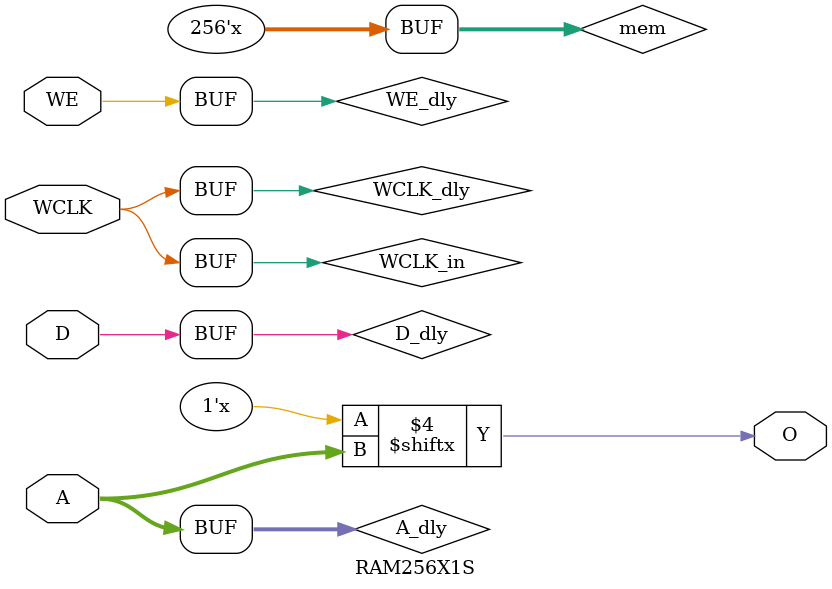
<source format=v>

`timescale  1 ps / 1 ps

`celldefine

module RAM256X1S #(
`ifdef XIL_TIMING
    parameter LOC = "UNPLACED",
`endif
    parameter [255:0] INIT = 256'h0,
    parameter [0:0] IS_WCLK_INVERTED = 1'b0
)(
    output O,
    input [7:0] A,
    input D,
    input WCLK,
    input WE
);

    reg  [255:0] mem;
    wire [7:0] A_dly;

    reg notifier;
    wire D_dly, WCLK_dly, WE_dly;
    wire WCLK_in;
    
    assign O = mem[A_dly];

    initial 
        mem = INIT;

    always @(posedge WCLK_in) 
        if (WE_dly == 1'b1)
            mem[A_dly] <= #100 D_dly;
    
    always @(notifier)
        mem[A_dly] <= 1'bx;
    
`ifndef XIL_TIMING
    assign A_dly = A;
    assign D_dly = D;
    assign WCLK_dly = WCLK;
    assign WE_dly = WE;
`endif

    assign WCLK_in = IS_WCLK_INVERTED ^ WCLK_dly;
    
`ifdef XIL_TIMING
   specify

   (WCLK => O) = (0:0:0, 0:0:0);
   (A *> O) = (0:0:0, 0:0:0);

   $setuphold (posedge WCLK, posedge D &&& WE, 0:0:0, 0:0:0, notifier,,,WCLK_dly,D_dly);
   $setuphold (posedge WCLK, negedge D &&& WE, 0:0:0, 0:0:0, notifier,,,WCLK_dly,D_dly);
   $setuphold (posedge WCLK, posedge A[0] &&& WE, 0:0:0, 0:0:0, notifier,,,WCLK_dly,A_dly[0]);
   $setuphold (posedge WCLK, negedge A[0] &&& WE, 0:0:0, 0:0:0, notifier,,,WCLK_dly,A_dly[0]);
   $setuphold (posedge WCLK, posedge A[1] &&& WE, 0:0:0, 0:0:0, notifier,,,WCLK_dly,A_dly[1]);
   $setuphold (posedge WCLK, negedge A[1] &&& WE, 0:0:0, 0:0:0, notifier,,,WCLK_dly,A_dly[1]);
   $setuphold (posedge WCLK, posedge A[2] &&& WE, 0:0:0, 0:0:0, notifier,,,WCLK_dly,A_dly[2]);
   $setuphold (posedge WCLK, negedge A[2] &&& WE, 0:0:0, 0:0:0, notifier,,,WCLK_dly,A_dly[2]);
   $setuphold (posedge WCLK, posedge A[3] &&& WE, 0:0:0, 0:0:0, notifier,,,WCLK_dly,A_dly[3]);
   $setuphold (posedge WCLK, negedge A[3] &&& WE, 0:0:0, 0:0:0, notifier,,,WCLK_dly,A_dly[3]);
   $setuphold (posedge WCLK, posedge A[4] &&& WE, 0:0:0, 0:0:0, notifier,,,WCLK_dly,A_dly[4]);
   $setuphold (posedge WCLK, negedge A[4] &&& WE, 0:0:0, 0:0:0, notifier,,,WCLK_dly,A_dly[4]);
   $setuphold (posedge WCLK, posedge A[5] &&& WE, 0:0:0, 0:0:0, notifier,,,WCLK_dly,A_dly[5]);
   $setuphold (posedge WCLK, negedge A[5] &&& WE, 0:0:0, 0:0:0, notifier,,,WCLK_dly,A_dly[5]);
   $setuphold (posedge WCLK, posedge A[6] &&& WE, 0:0:0, 0:0:0, notifier,,,WCLK_dly,A_dly[6]);
   $setuphold (posedge WCLK, negedge A[6] &&& WE, 0:0:0, 0:0:0, notifier,,,WCLK_dly,A_dly[6]);
   $setuphold (posedge WCLK, posedge A[7] &&& WE, 0:0:0, 0:0:0, notifier,,,WCLK_dly,A_dly[7]);
   $setuphold (posedge WCLK, negedge A[7] &&& WE, 0:0:0, 0:0:0, notifier,,,WCLK_dly,A_dly[7]);
   $setuphold (posedge WCLK, posedge WE, 0:0:0, 0:0:0, notifier,,,WCLK_dly,WE_dly);
   $setuphold (posedge WCLK, negedge WE, 0:0:0, 0:0:0, notifier,,,WCLK_dly,WE_dly);
   $period (posedge WCLK &&& WE, 0:0:0, notifier);

   $setuphold (negedge WCLK, posedge D &&& WE, 0:0:0, 0:0:0, notifier,,,WCLK_dly,D_dly);
   $setuphold (negedge WCLK, negedge D &&& WE, 0:0:0, 0:0:0, notifier,,,WCLK_dly,D_dly);
   $setuphold (negedge WCLK, posedge A[0] &&& WE, 0:0:0, 0:0:0, notifier,,,WCLK_dly,A_dly[0]);
   $setuphold (negedge WCLK, negedge A[0] &&& WE, 0:0:0, 0:0:0, notifier,,,WCLK_dly,A_dly[0]);
   $setuphold (negedge WCLK, posedge A[1] &&& WE, 0:0:0, 0:0:0, notifier,,,WCLK_dly,A_dly[1]);
   $setuphold (negedge WCLK, negedge A[1] &&& WE, 0:0:0, 0:0:0, notifier,,,WCLK_dly,A_dly[1]);
   $setuphold (negedge WCLK, posedge A[2] &&& WE, 0:0:0, 0:0:0, notifier,,,WCLK_dly,A_dly[2]);
   $setuphold (negedge WCLK, negedge A[2] &&& WE, 0:0:0, 0:0:0, notifier,,,WCLK_dly,A_dly[2]);
   $setuphold (negedge WCLK, posedge A[3] &&& WE, 0:0:0, 0:0:0, notifier,,,WCLK_dly,A_dly[3]);
   $setuphold (negedge WCLK, negedge A[3] &&& WE, 0:0:0, 0:0:0, notifier,,,WCLK_dly,A_dly[3]);
   $setuphold (negedge WCLK, posedge A[4] &&& WE, 0:0:0, 0:0:0, notifier,,,WCLK_dly,A_dly[4]);
   $setuphold (negedge WCLK, negedge A[4] &&& WE, 0:0:0, 0:0:0, notifier,,,WCLK_dly,A_dly[4]);
   $setuphold (negedge WCLK, posedge A[5] &&& WE, 0:0:0, 0:0:0, notifier,,,WCLK_dly,A_dly[5]);
   $setuphold (negedge WCLK, negedge A[5] &&& WE, 0:0:0, 0:0:0, notifier,,,WCLK_dly,A_dly[5]);
   $setuphold (negedge WCLK, posedge A[6] &&& WE, 0:0:0, 0:0:0, notifier,,,WCLK_dly,A_dly[6]);
   $setuphold (negedge WCLK, negedge A[6] &&& WE, 0:0:0, 0:0:0, notifier,,,WCLK_dly,A_dly[6]);
   $setuphold (negedge WCLK, posedge A[7] &&& WE, 0:0:0, 0:0:0, notifier,,,WCLK_dly,A_dly[7]);
   $setuphold (negedge WCLK, negedge A[7] &&& WE, 0:0:0, 0:0:0, notifier,,,WCLK_dly,A_dly[7]);
   $setuphold (negedge WCLK, posedge WE, 0:0:0, 0:0:0, notifier,,,WCLK_dly,WE_dly);
   $setuphold (negedge WCLK, negedge WE, 0:0:0, 0:0:0, notifier,,,WCLK_dly,WE_dly);
   $period (negedge WCLK &&& WE, 0:0:0, notifier);

   specparam PATHPULSE$ = 0;

  endspecify
`endif
    
endmodule

`endcelldefine


</source>
